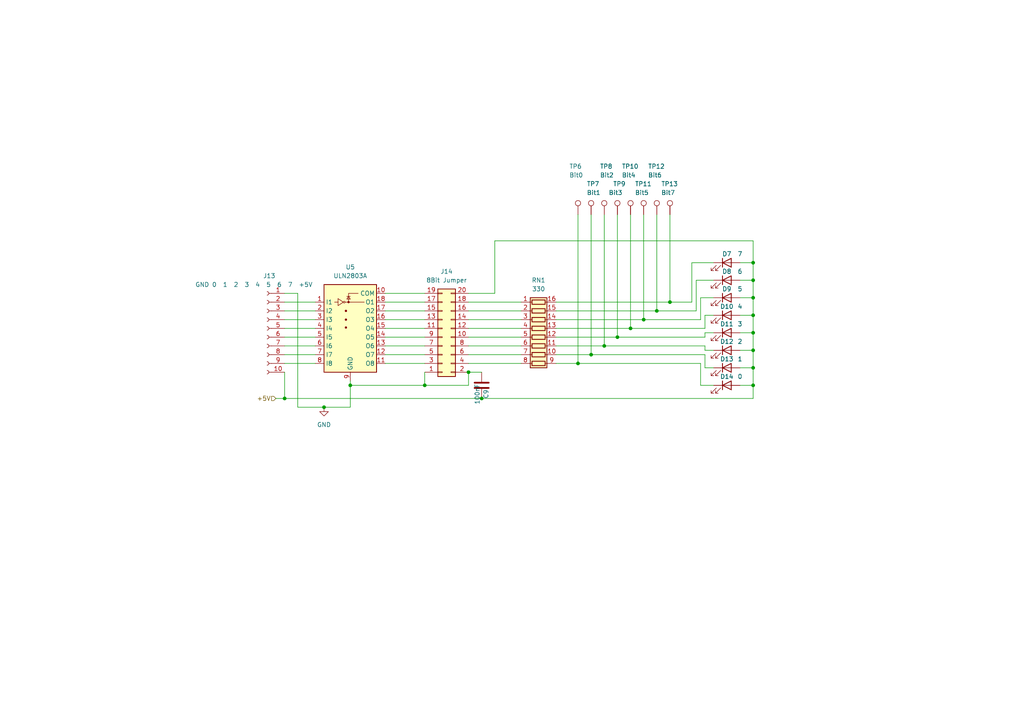
<source format=kicad_sch>
(kicad_sch (version 20211123) (generator eeschema)
  (paper "A4")
  (lib_symbols
    (symbol "Connector:Conn_01x10_Female" (pin_names (offset 1.016) hide)
      (property "Reference" "J" (at 0 12.7 0))
      (property "Value" "Conn_01x10_Female" (at 0 -15.24 0))
      (symbol "Conn_01x10_Female_1_1"
        (arc (start 0 -12.192) (mid -0.508 -12.7) (end 0 -13.208) (stroke (width 0.1524)))
        (arc (start 0 -9.652) (mid -0.508 -10.16) (end 0 -10.668) (stroke (width 0.1524)))
        (arc (start 0 -7.112) (mid -0.508 -7.62) (end 0 -8.128) (stroke (width 0.1524)))
        (arc (start 0 -4.572) (mid -0.508 -5.08) (end 0 -5.588) (stroke (width 0.1524)))
        (arc (start 0 -2.032) (mid -0.508 -2.54) (end 0 -3.048) (stroke (width 0.1524)))
        (polyline (pts (xy -1.27 -12.7) (xy -0.508 -12.7)) (stroke (width 0.1524)))
        (polyline (pts (xy -1.27 -10.16) (xy -0.508 -10.16)) (stroke (width 0.1524)))
        (polyline (pts (xy -1.27 -7.62) (xy -0.508 -7.62)) (stroke (width 0.1524)))
        (polyline (pts (xy -1.27 -5.08) (xy -0.508 -5.08)) (stroke (width 0.1524)))
        (polyline (pts (xy -1.27 -2.54) (xy -0.508 -2.54)) (stroke (width 0.1524)))
        (polyline (pts (xy -1.27 0) (xy -0.508 0)) (stroke (width 0.1524)))
        (polyline (pts (xy -1.27 2.54) (xy -0.508 2.54)) (stroke (width 0.1524)))
        (polyline (pts (xy -1.27 5.08) (xy -0.508 5.08)) (stroke (width 0.1524)))
        (polyline (pts (xy -1.27 7.62) (xy -0.508 7.62)) (stroke (width 0.1524)))
        (polyline (pts (xy -1.27 10.16) (xy -0.508 10.16)) (stroke (width 0.1524)))
        (arc (start 0 0.508) (mid -0.508 0) (end 0 -0.508) (stroke (width 0.1524)))
        (arc (start 0 3.048) (mid -0.508 2.54) (end 0 2.032) (stroke (width 0.1524)))
        (arc (start 0 5.588) (mid -0.508 5.08) (end 0 4.572) (stroke (width 0.1524)))
        (arc (start 0 8.128) (mid -0.508 7.62) (end 0 7.112) (stroke (width 0.1524)))
        (arc (start 0 10.668) (mid -0.508 10.16) (end 0 9.652) (stroke (width 0.1524)))
        (pin passive line (at -5.08 10.16 0) (length 3.81) (name "Pin_1") (number "1"))
        (pin passive line (at -5.08 -12.7 0) (length 3.81) (name "Pin_10") (number "10"))
        (pin passive line (at -5.08 7.62 0) (length 3.81) (name "Pin_2") (number "2"))
        (pin passive line (at -5.08 5.08 0) (length 3.81) (name "Pin_3") (number "3"))
        (pin passive line (at -5.08 2.54 0) (length 3.81) (name "Pin_4") (number "4"))
        (pin passive line (at -5.08 0 0) (length 3.81) (name "Pin_5") (number "5"))
        (pin passive line (at -5.08 -2.54 0) (length 3.81) (name "Pin_6") (number "6"))
        (pin passive line (at -5.08 -5.08 0) (length 3.81) (name "Pin_7") (number "7"))
        (pin passive line (at -5.08 -7.62 0) (length 3.81) (name "Pin_8") (number "8"))
        (pin passive line (at -5.08 -10.16 0) (length 3.81) (name "Pin_9") (number "9"))
      )
    )
    (symbol "Connector:TestPoint" (pin_numbers hide) (pin_names (offset 0.762) hide)
      (property "Reference" "TP" (at 0 6.858 0))
      (property "Value" "TestPoint" (at 0 5.08 0))
      (symbol "TestPoint_0_1"
        (circle (center 0 3.302) (radius 0.762))
      )
      (symbol "TestPoint_1_1"
        (pin passive line (at 0 0 90) (length 2.54) (name "1") (number "1"))
      )
    )
    (symbol "Connector_Generic:Conn_02x10_Odd_Even" (pin_names (offset 1.016) hide)
      (property "Reference" "J" (at 1.27 12.7 0))
      (property "Value" "Conn_02x10_Odd_Even" (at 1.27 -15.24 0))
      (symbol "Conn_02x10_Odd_Even_1_1"
        (rectangle (start -1.27 -12.573) (end 0 -12.827) (stroke (width 0.1524)))
        (rectangle (start -1.27 -10.033) (end 0 -10.287) (stroke (width 0.1524)))
        (rectangle (start -1.27 -7.493) (end 0 -7.747) (stroke (width 0.1524)))
        (rectangle (start -1.27 -4.953) (end 0 -5.207) (stroke (width 0.1524)))
        (rectangle (start -1.27 -2.413) (end 0 -2.667) (stroke (width 0.1524)))
        (rectangle (start -1.27 0.127) (end 0 -0.127) (stroke (width 0.1524)))
        (rectangle (start -1.27 2.667) (end 0 2.413) (stroke (width 0.1524)))
        (rectangle (start -1.27 5.207) (end 0 4.953) (stroke (width 0.1524)))
        (rectangle (start -1.27 7.747) (end 0 7.493) (stroke (width 0.1524)))
        (rectangle (start -1.27 10.287) (end 0 10.033) (stroke (width 0.1524)))
        (rectangle (start -1.27 11.43) (end 3.81 -13.97) (stroke (width 0.254)) (fill (type background)))
        (rectangle (start 3.81 -12.573) (end 2.54 -12.827) (stroke (width 0.1524)))
        (rectangle (start 3.81 -10.033) (end 2.54 -10.287) (stroke (width 0.1524)))
        (rectangle (start 3.81 -7.493) (end 2.54 -7.747) (stroke (width 0.1524)))
        (rectangle (start 3.81 -4.953) (end 2.54 -5.207) (stroke (width 0.1524)))
        (rectangle (start 3.81 -2.413) (end 2.54 -2.667) (stroke (width 0.1524)))
        (rectangle (start 3.81 0.127) (end 2.54 -0.127) (stroke (width 0.1524)))
        (rectangle (start 3.81 2.667) (end 2.54 2.413) (stroke (width 0.1524)))
        (rectangle (start 3.81 5.207) (end 2.54 4.953) (stroke (width 0.1524)))
        (rectangle (start 3.81 7.747) (end 2.54 7.493) (stroke (width 0.1524)))
        (rectangle (start 3.81 10.287) (end 2.54 10.033) (stroke (width 0.1524)))
        (pin passive line (at -5.08 10.16 0) (length 3.81) (name "Pin_1") (number "1"))
        (pin passive line (at 7.62 0 180) (length 3.81) (name "Pin_10") (number "10"))
        (pin passive line (at -5.08 -2.54 0) (length 3.81) (name "Pin_11") (number "11"))
        (pin passive line (at 7.62 -2.54 180) (length 3.81) (name "Pin_12") (number "12"))
        (pin passive line (at -5.08 -5.08 0) (length 3.81) (name "Pin_13") (number "13"))
        (pin passive line (at 7.62 -5.08 180) (length 3.81) (name "Pin_14") (number "14"))
        (pin passive line (at -5.08 -7.62 0) (length 3.81) (name "Pin_15") (number "15"))
        (pin passive line (at 7.62 -7.62 180) (length 3.81) (name "Pin_16") (number "16"))
        (pin passive line (at -5.08 -10.16 0) (length 3.81) (name "Pin_17") (number "17"))
        (pin passive line (at 7.62 -10.16 180) (length 3.81) (name "Pin_18") (number "18"))
        (pin passive line (at -5.08 -12.7 0) (length 3.81) (name "Pin_19") (number "19"))
        (pin passive line (at 7.62 10.16 180) (length 3.81) (name "Pin_2") (number "2"))
        (pin passive line (at 7.62 -12.7 180) (length 3.81) (name "Pin_20") (number "20"))
        (pin passive line (at -5.08 7.62 0) (length 3.81) (name "Pin_3") (number "3"))
        (pin passive line (at 7.62 7.62 180) (length 3.81) (name "Pin_4") (number "4"))
        (pin passive line (at -5.08 5.08 0) (length 3.81) (name "Pin_5") (number "5"))
        (pin passive line (at 7.62 5.08 180) (length 3.81) (name "Pin_6") (number "6"))
        (pin passive line (at -5.08 2.54 0) (length 3.81) (name "Pin_7") (number "7"))
        (pin passive line (at 7.62 2.54 180) (length 3.81) (name "Pin_8") (number "8"))
        (pin passive line (at -5.08 0 0) (length 3.81) (name "Pin_9") (number "9"))
      )
    )
    (symbol "Device:C" (pin_numbers hide) (pin_names (offset 0.254))
      (property "Reference" "C" (at 0.635 2.54 0))
      (property "Value" "C" (at 0.635 -2.54 0))
      (symbol "C_0_1"
        (polyline (pts (xy -2.032 -0.762) (xy 2.032 -0.762)) (stroke (width 0.508)))
        (polyline (pts (xy -2.032 0.762) (xy 2.032 0.762)) (stroke (width 0.508)))
      )
      (symbol "C_1_1"
        (pin passive line (at 0 3.81 270) (length 2.794) (name "~") (number "1"))
        (pin passive line (at 0 -3.81 90) (length 2.794) (name "~") (number "2"))
      )
    )
    (symbol "Device:LED" (pin_numbers hide) (pin_names (offset 1.016) hide)
      (property "Reference" "D" (at 0 2.54 0))
      (property "Value" "LED" (at 0 -2.54 0))
      (symbol "LED_0_1"
        (polyline (pts (xy -1.27 -1.27) (xy -1.27 1.27)) (stroke (width 0.254)))
        (polyline (pts (xy -1.27 0) (xy 1.27 0)))
        (polyline (pts (xy 1.27 -1.27) (xy 1.27 1.27) (xy -1.27 0) (xy 1.27 -1.27)) (stroke (width 0.254)))
        (polyline (pts (xy -3.048 -0.762) (xy -4.572 -2.286) (xy -3.81 -2.286) (xy -4.572 -2.286) (xy -4.572 -1.524)))
        (polyline (pts (xy -1.778 -0.762) (xy -3.302 -2.286) (xy -2.54 -2.286) (xy -3.302 -2.286) (xy -3.302 -1.524)))
      )
      (symbol "LED_1_1"
        (pin passive line (at -3.81 0 0) (length 2.54) (name "K") (number "1"))
        (pin passive line (at 3.81 0 180) (length 2.54) (name "A") (number "2"))
      )
    )
    (symbol "Device:R_Pack08" (pin_names (offset 0) hide)
      (property "Reference" "RN" (at -12.7 0 90))
      (property "Value" "R_Pack08" (at 10.16 0 90))
      (symbol "R_Pack08_0_1"
        (rectangle (start -11.43 -2.413) (end 8.89 2.413) (stroke (width 0.254)) (fill (type background)))
        (rectangle (start -10.795 1.905) (end -9.525 -1.905) (stroke (width 0.254)))
        (rectangle (start -8.255 1.905) (end -6.985 -1.905) (stroke (width 0.254)))
        (rectangle (start -5.715 1.905) (end -4.445 -1.905) (stroke (width 0.254)))
        (rectangle (start -3.175 1.905) (end -1.905 -1.905) (stroke (width 0.254)))
        (rectangle (start -0.635 1.905) (end 0.635 -1.905) (stroke (width 0.254)))
        (polyline (pts (xy -10.16 -2.54) (xy -10.16 -1.905)))
        (polyline (pts (xy -10.16 1.905) (xy -10.16 2.54)))
        (polyline (pts (xy -7.62 -2.54) (xy -7.62 -1.905)))
        (polyline (pts (xy -7.62 1.905) (xy -7.62 2.54)))
        (polyline (pts (xy -5.08 -2.54) (xy -5.08 -1.905)))
        (polyline (pts (xy -5.08 1.905) (xy -5.08 2.54)))
        (polyline (pts (xy -2.54 -2.54) (xy -2.54 -1.905)))
        (polyline (pts (xy -2.54 1.905) (xy -2.54 2.54)))
        (polyline (pts (xy 0 -2.54) (xy 0 -1.905)))
        (polyline (pts (xy 0 1.905) (xy 0 2.54)))
        (polyline (pts (xy 2.54 -2.54) (xy 2.54 -1.905)))
        (polyline (pts (xy 2.54 1.905) (xy 2.54 2.54)))
        (polyline (pts (xy 5.08 -2.54) (xy 5.08 -1.905)))
        (polyline (pts (xy 5.08 1.905) (xy 5.08 2.54)))
        (polyline (pts (xy 7.62 -2.54) (xy 7.62 -1.905)))
        (polyline (pts (xy 7.62 1.905) (xy 7.62 2.54)))
        (rectangle (start 1.905 1.905) (end 3.175 -1.905) (stroke (width 0.254)))
        (rectangle (start 4.445 1.905) (end 5.715 -1.905) (stroke (width 0.254)))
        (rectangle (start 6.985 1.905) (end 8.255 -1.905) (stroke (width 0.254)))
      )
      (symbol "R_Pack08_1_1"
        (pin passive line (at -10.16 -5.08 90) (length 2.54) (name "R1.1") (number "1"))
        (pin passive line (at 5.08 5.08 270) (length 2.54) (name "R7.2") (number "10"))
        (pin passive line (at 2.54 5.08 270) (length 2.54) (name "R6.2") (number "11"))
        (pin passive line (at 0 5.08 270) (length 2.54) (name "R5.2") (number "12"))
        (pin passive line (at -2.54 5.08 270) (length 2.54) (name "R4.2") (number "13"))
        (pin passive line (at -5.08 5.08 270) (length 2.54) (name "R3.2") (number "14"))
        (pin passive line (at -7.62 5.08 270) (length 2.54) (name "R2.2") (number "15"))
        (pin passive line (at -10.16 5.08 270) (length 2.54) (name "R1.2") (number "16"))
        (pin passive line (at -7.62 -5.08 90) (length 2.54) (name "R2.1") (number "2"))
        (pin passive line (at -5.08 -5.08 90) (length 2.54) (name "R3.1") (number "3"))
        (pin passive line (at -2.54 -5.08 90) (length 2.54) (name "R4.1") (number "4"))
        (pin passive line (at 0 -5.08 90) (length 2.54) (name "R5.1") (number "5"))
        (pin passive line (at 2.54 -5.08 90) (length 2.54) (name "R6.1") (number "6"))
        (pin passive line (at 5.08 -5.08 90) (length 2.54) (name "R7.1") (number "7"))
        (pin passive line (at 7.62 -5.08 90) (length 2.54) (name "R8.1") (number "8"))
        (pin passive line (at 7.62 5.08 270) (length 2.54) (name "R8.2") (number "9"))
      )
    )
    (symbol "Transistor_Array:ULN2803A"
      (property "Reference" "U" (at 0 13.335 0))
      (property "Value" "ULN2803A" (at 0 11.43 0))
      (symbol "ULN2803A_0_1"
        (rectangle (start -7.62 -15.24) (end 7.62 10.16) (stroke (width 0.254)) (fill (type background)))
        (circle (center -1.778 5.08) (radius 0.254))
        (circle (center -1.27 -2.286) (radius 0.254) (fill (type outline)))
        (circle (center -1.27 0) (radius 0.254) (fill (type outline)))
        (circle (center -1.27 2.54) (radius 0.254) (fill (type outline)))
        (circle (center -0.508 5.08) (radius 0.254) (fill (type outline)))
        (polyline (pts (xy -4.572 5.08) (xy -3.556 5.08)))
        (polyline (pts (xy -1.524 5.08) (xy 4.064 5.08)))
        (polyline (pts (xy 0 6.731) (xy -1.016 6.731)))
        (polyline (pts (xy -0.508 5.08) (xy -0.508 7.62) (xy 2.286 7.62)))
        (polyline (pts (xy -3.556 6.096) (xy -3.556 4.064) (xy -2.032 5.08) (xy -3.556 6.096)))
        (polyline (pts (xy 0 5.969) (xy -1.016 5.969) (xy -0.508 6.731) (xy 0 5.969)))
      )
      (symbol "ULN2803A_1_1"
        (pin input line (at -10.16 5.08 0) (length 2.54) (name "I1") (number "1"))
        (pin passive line (at 10.16 7.62 180) (length 2.54) (name "COM") (number "10"))
        (pin open_collector line (at 10.16 -12.7 180) (length 2.54) (name "O8") (number "11"))
        (pin open_collector line (at 10.16 -10.16 180) (length 2.54) (name "O7") (number "12"))
        (pin open_collector line (at 10.16 -7.62 180) (length 2.54) (name "O6") (number "13"))
        (pin open_collector line (at 10.16 -5.08 180) (length 2.54) (name "O5") (number "14"))
        (pin open_collector line (at 10.16 -2.54 180) (length 2.54) (name "O4") (number "15"))
        (pin open_collector line (at 10.16 0 180) (length 2.54) (name "O3") (number "16"))
        (pin open_collector line (at 10.16 2.54 180) (length 2.54) (name "O2") (number "17"))
        (pin open_collector line (at 10.16 5.08 180) (length 2.54) (name "O1") (number "18"))
        (pin input line (at -10.16 2.54 0) (length 2.54) (name "I2") (number "2"))
        (pin input line (at -10.16 0 0) (length 2.54) (name "I3") (number "3"))
        (pin input line (at -10.16 -2.54 0) (length 2.54) (name "I4") (number "4"))
        (pin input line (at -10.16 -5.08 0) (length 2.54) (name "I5") (number "5"))
        (pin input line (at -10.16 -7.62 0) (length 2.54) (name "I6") (number "6"))
        (pin input line (at -10.16 -10.16 0) (length 2.54) (name "I7") (number "7"))
        (pin input line (at -10.16 -12.7 0) (length 2.54) (name "I8") (number "8"))
        (pin power_in line (at 0 -17.78 90) (length 2.54) (name "GND") (number "9"))
      )
    )
    (symbol "power:GND" (power) (pin_names (offset 0))
      (property "Value" "GND" (at 0 -3.81 0))
      (symbol "GND_0_1"
        (polyline (pts (xy 0 0) (xy 0 -1.27) (xy 1.27 -1.27) (xy 0 -2.54) (xy -1.27 -1.27) (xy 0 -1.27)))
      )
      (symbol "GND_1_1"
        (pin power_in line (at 0 0 270) (length 0) hide (name "GND") (number "1"))
      )
    )
  )
  (junction (at 93.98 118.11))
  (junction (at 182.88 95.25))
  (junction (at 190.5 90.17))
  (junction (at 139.7 115.57))
  (junction (at 218.44 91.44))
  (junction (at 179.07 97.79))
  (junction (at 171.45 102.87))
  (junction (at 218.44 101.6))
  (junction (at 167.64 105.41))
  (junction (at 218.44 106.68))
  (junction (at 135.89 107.95))
  (junction (at 218.44 76.2))
  (junction (at 101.6 111.76))
  (junction (at 123.19 111.76))
  (junction (at 186.69 92.71))
  (junction (at 82.55 115.57))
  (junction (at 218.44 96.52))
  (junction (at 218.44 81.28))
  (junction (at 194.31 87.63))
  (junction (at 218.44 111.76))
  (junction (at 175.26 100.33))
  (junction (at 218.44 86.36))
  (wire (pts (xy 80.01 115.57) (xy 82.55 115.57)))
  (wire (pts (xy 201.93 90.17) (xy 201.93 81.28)))
  (wire (pts (xy 135.89 105.41) (xy 151.13 105.41)))
  (wire (pts (xy 135.89 97.79) (xy 151.13 97.79)))
  (wire (pts (xy 123.19 111.76) (xy 135.89 111.76)))
  (wire (pts (xy 82.55 90.17) (xy 91.44 90.17)))
  (wire (pts (xy 135.89 95.25) (xy 151.13 95.25)))
  (wire (pts (xy 218.44 115.57) (xy 218.44 111.76)))
  (wire (pts (xy 179.07 62.23) (xy 179.07 97.79)))
  (wire (pts (xy 214.63 96.52) (xy 218.44 96.52)))
  (wire (pts (xy 204.47 91.44) (xy 207.01 91.44)))
  (wire (pts (xy 167.64 105.41) (xy 203.2 105.41)))
  (wire (pts (xy 214.63 111.76) (xy 218.44 111.76)))
  (wire (pts (xy 111.76 85.09) (xy 123.19 85.09)))
  (wire (pts (xy 82.55 85.09) (xy 86.36 85.09)))
  (wire (pts (xy 82.55 87.63) (xy 91.44 87.63)))
  (wire (pts (xy 200.66 76.2) (xy 207.01 76.2)))
  (wire (pts (xy 101.6 118.11) (xy 93.98 118.11)))
  (wire (pts (xy 135.89 90.17) (xy 151.13 90.17)))
  (wire (pts (xy 82.55 115.57) (xy 139.7 115.57)))
  (wire (pts (xy 101.6 110.49) (xy 101.6 111.76)))
  (wire (pts (xy 93.98 118.11) (xy 86.36 118.11)))
  (wire (pts (xy 207.01 96.52) (xy 204.47 96.52)))
  (wire (pts (xy 135.89 87.63) (xy 151.13 87.63)))
  (wire (pts (xy 171.45 102.87) (xy 204.47 102.87)))
  (wire (pts (xy 82.55 105.41) (xy 91.44 105.41)))
  (wire (pts (xy 218.44 86.36) (xy 218.44 91.44)))
  (wire (pts (xy 82.55 92.71) (xy 91.44 92.71)))
  (wire (pts (xy 214.63 76.2) (xy 218.44 76.2)))
  (wire (pts (xy 135.89 102.87) (xy 151.13 102.87)))
  (wire (pts (xy 111.76 100.33) (xy 123.19 100.33)))
  (wire (pts (xy 214.63 106.68) (xy 218.44 106.68)))
  (wire (pts (xy 214.63 101.6) (xy 218.44 101.6)))
  (wire (pts (xy 203.2 111.76) (xy 203.2 105.41)))
  (wire (pts (xy 171.45 62.23) (xy 171.45 102.87)))
  (wire (pts (xy 111.76 95.25) (xy 123.19 95.25)))
  (wire (pts (xy 135.89 92.71) (xy 151.13 92.71)))
  (wire (pts (xy 203.2 92.71) (xy 203.2 86.36)))
  (wire (pts (xy 218.44 81.28) (xy 218.44 86.36)))
  (wire (pts (xy 190.5 90.17) (xy 201.93 90.17)))
  (wire (pts (xy 101.6 111.76) (xy 123.19 111.76)))
  (wire (pts (xy 207.01 111.76) (xy 203.2 111.76)))
  (wire (pts (xy 161.29 105.41) (xy 167.64 105.41)))
  (wire (pts (xy 123.19 107.95) (xy 123.19 111.76)))
  (wire (pts (xy 82.55 107.95) (xy 82.55 115.57)))
  (wire (pts (xy 143.51 69.85) (xy 218.44 69.85)))
  (wire (pts (xy 111.76 87.63) (xy 123.19 87.63)))
  (wire (pts (xy 218.44 91.44) (xy 218.44 96.52)))
  (wire (pts (xy 161.29 102.87) (xy 171.45 102.87)))
  (wire (pts (xy 161.29 90.17) (xy 190.5 90.17)))
  (wire (pts (xy 203.2 86.36) (xy 207.01 86.36)))
  (wire (pts (xy 175.26 62.23) (xy 175.26 100.33)))
  (wire (pts (xy 182.88 62.23) (xy 182.88 95.25)))
  (wire (pts (xy 82.55 100.33) (xy 91.44 100.33)))
  (wire (pts (xy 204.47 106.68) (xy 207.01 106.68)))
  (wire (pts (xy 82.55 97.79) (xy 91.44 97.79)))
  (wire (pts (xy 175.26 100.33) (xy 204.47 100.33)))
  (wire (pts (xy 143.51 69.85) (xy 143.51 85.09)))
  (wire (pts (xy 161.29 87.63) (xy 194.31 87.63)))
  (wire (pts (xy 214.63 91.44) (xy 218.44 91.44)))
  (wire (pts (xy 111.76 102.87) (xy 123.19 102.87)))
  (wire (pts (xy 82.55 102.87) (xy 91.44 102.87)))
  (wire (pts (xy 214.63 86.36) (xy 218.44 86.36)))
  (wire (pts (xy 204.47 101.6) (xy 207.01 101.6)))
  (wire (pts (xy 204.47 102.87) (xy 204.47 106.68)))
  (wire (pts (xy 186.69 62.23) (xy 186.69 92.71)))
  (wire (pts (xy 135.89 107.95) (xy 139.7 107.95)))
  (wire (pts (xy 186.69 92.71) (xy 203.2 92.71)))
  (wire (pts (xy 214.63 81.28) (xy 218.44 81.28)))
  (wire (pts (xy 101.6 111.76) (xy 101.6 118.11)))
  (wire (pts (xy 200.66 87.63) (xy 200.66 76.2)))
  (wire (pts (xy 139.7 115.57) (xy 218.44 115.57)))
  (wire (pts (xy 82.55 95.25) (xy 91.44 95.25)))
  (wire (pts (xy 194.31 62.23) (xy 194.31 87.63)))
  (wire (pts (xy 161.29 92.71) (xy 186.69 92.71)))
  (wire (pts (xy 161.29 97.79) (xy 179.07 97.79)))
  (wire (pts (xy 204.47 96.52) (xy 204.47 97.79)))
  (wire (pts (xy 111.76 90.17) (xy 123.19 90.17)))
  (wire (pts (xy 135.89 107.95) (xy 135.89 111.76)))
  (wire (pts (xy 111.76 105.41) (xy 123.19 105.41)))
  (wire (pts (xy 161.29 100.33) (xy 175.26 100.33)))
  (wire (pts (xy 135.89 85.09) (xy 143.51 85.09)))
  (wire (pts (xy 204.47 100.33) (xy 204.47 101.6)))
  (wire (pts (xy 204.47 95.25) (xy 204.47 91.44)))
  (wire (pts (xy 218.44 69.85) (xy 218.44 76.2)))
  (wire (pts (xy 161.29 95.25) (xy 182.88 95.25)))
  (wire (pts (xy 201.93 81.28) (xy 207.01 81.28)))
  (wire (pts (xy 111.76 92.71) (xy 123.19 92.71)))
  (wire (pts (xy 167.64 62.23) (xy 167.64 105.41)))
  (wire (pts (xy 190.5 62.23) (xy 190.5 90.17)))
  (wire (pts (xy 179.07 97.79) (xy 204.47 97.79)))
  (wire (pts (xy 111.76 97.79) (xy 123.19 97.79)))
  (wire (pts (xy 86.36 85.09) (xy 86.36 118.11)))
  (wire (pts (xy 194.31 87.63) (xy 200.66 87.63)))
  (wire (pts (xy 182.88 95.25) (xy 204.47 95.25)))
  (wire (pts (xy 218.44 76.2) (xy 218.44 81.28)))
  (wire (pts (xy 218.44 106.68) (xy 218.44 111.76)))
  (wire (pts (xy 218.44 96.52) (xy 218.44 101.6)))
  (wire (pts (xy 218.44 101.6) (xy 218.44 106.68)))
  (wire (pts (xy 135.89 100.33) (xy 151.13 100.33)))
  (hierarchical_label "+5V" (shape input) (at 80.01 115.57 180))
  (symbol (lib_id "Connector:TestPoint") (at 190.5 62.23 0) (unit 1)
    (property "Reference" "TP12" (at 187.96 48.26 0) (effects (justify left)))
    (property "Value" "Bit6" (at 187.96 50.8 0) (effects (justify left)))
    (property "Footprint" "TestPoint:TestPoint_Loop_D3.80mm_Drill2.8mm" (effects hide))
  )
  (symbol (lib_id "Device:LED") (at 210.82 76.2 0) (unit 1)
    (property "Reference" "D7" (at 210.82 73.66 0))
    (property "Value" "7" (at 214.63 73.66 0))
    (property "Footprint" "LED_THT:LED_D5.0mm" (effects hide))
  )
  (symbol (lib_id "Device:LED") (at 210.82 106.68 0) (unit 1)
    (property "Reference" "D13" (at 210.82 104.14 0))
    (property "Value" "1" (at 214.63 104.14 0))
    (property "Footprint" "LED_THT:LED_D5.0mm" (effects hide))
  )
  (symbol (lib_id "Connector:TestPoint") (at 186.69 62.23 0) (unit 1)
    (property "Reference" "TP11" (at 184.15 53.34 0) (effects (justify left)))
    (property "Value" "Bit5" (at 184.15 55.88 0) (effects (justify left)))
    (property "Footprint" "TestPoint:TestPoint_Loop_D3.80mm_Drill2.8mm" (effects hide))
  )
  (symbol (lib_id "Device:LED") (at 210.82 96.52 0) (unit 1)
    (property "Reference" "D11" (at 210.82 93.98 0))
    (property "Value" "3" (at 214.63 93.98 0))
    (property "Footprint" "LED_THT:LED_D5.0mm" (effects hide))
  )
  (symbol (lib_id "Connector:TestPoint") (at 167.64 62.23 0) (unit 1)
    (property "Reference" "TP6" (at 165.1 48.26 0) (effects (justify left)))
    (property "Value" "Bit0" (at 165.1 50.8 0) (effects (justify left)))
    (property "Footprint" "TestPoint:TestPoint_Loop_D3.80mm_Drill2.8mm" (effects hide))
  )
  (symbol (lib_id "Device:R_Pack08") (at 156.21 97.79 270) (unit 1)
    (property "Reference" "RN1" (at 156.21 81.28 90))
    (property "Value" "330" (at 156.21 83.82 90))
    (property "Footprint" "Package_DIP:DIP-16_W7.62mm_Socket_LongPads" (effects hide))
  )
  (symbol (lib_id "Device:LED") (at 210.82 91.44 0) (unit 1)
    (property "Reference" "D10" (at 210.82 88.9 0))
    (property "Value" "4" (at 214.63 88.9 0))
    (property "Footprint" "LED_THT:LED_D5.0mm" (effects hide))
  )
  (symbol (lib_id "Connector:TestPoint") (at 179.07 62.23 0) (unit 1)
    (property "Reference" "TP9" (at 177.8 53.34 0) (effects (justify left)))
    (property "Value" "Bit3" (at 176.53 55.88 0) (effects (justify left)))
    (property "Footprint" "TestPoint:TestPoint_Loop_D3.80mm_Drill2.8mm" (effects hide))
  )
  (symbol (lib_id "Device:C") (at 139.7 111.76 0) (unit 1)
    (property "Reference" "C9" (at 140.97 114.3 90))
    (property "Value" "100nF" (at 138.43 114.3 90))
    (property "Footprint" "Capacitor_THT:C_Axial_L3.8mm_D2.6mm_P7.50mm_Horizontal" (effects hide))
  )
  (symbol (lib_id "Connector:TestPoint") (at 182.88 62.23 0) (unit 1)
    (property "Reference" "TP10" (at 180.34 48.26 0) (effects (justify left)))
    (property "Value" "Bit4" (at 180.34 50.8 0) (effects (justify left)))
    (property "Footprint" "TestPoint:TestPoint_Loop_D3.80mm_Drill2.8mm" (effects hide))
  )
  (symbol (lib_id "Connector_Generic:Conn_02x10_Odd_Even") (at 128.27 97.79 0) (mirror x) (unit 1)
    (property "Reference" "J14" (at 129.54 78.74 0))
    (property "Value" "8Bit Jumper" (at 129.54 81.28 0))
    (property "Footprint" "Connector_PinSocket_2.54mm:PinSocket_2x10_P2.54mm_Vertical" (effects hide))
  )
  (symbol (lib_id "Device:LED") (at 210.82 81.28 0) (unit 1)
    (property "Reference" "D8" (at 210.82 78.74 0))
    (property "Value" "6" (at 214.63 78.74 0))
    (property "Footprint" "LED_THT:LED_D5.0mm" (effects hide))
  )
  (symbol (lib_id "Connector:TestPoint") (at 194.31 62.23 0) (unit 1)
    (property "Reference" "TP13" (at 191.77 53.34 0) (effects (justify left)))
    (property "Value" "Bit7" (at 191.77 55.88 0) (effects (justify left)))
    (property "Footprint" "TestPoint:TestPoint_Loop_D3.80mm_Drill2.8mm" (effects hide))
  )
  (symbol (lib_id "Transistor_Array:ULN2803A") (at 101.6 92.71 0) (unit 1)
    (property "Reference" "U5" (at 101.6 77.47 0))
    (property "Value" "ULN2803A" (at 101.6 80.01 0))
    (property "Footprint" "Package_DIP:DIP-18_W7.62mm_Socket_LongPads" (effects hide))
    (property "Datasheet" "http://www.ti.com/lit/ds/symlink/uln2803a.pdf" (effects hide))
  )
  (symbol (lib_id "Connector:TestPoint") (at 175.26 62.23 0) (unit 1)
    (property "Reference" "TP8" (at 173.99 48.26 0) (effects (justify left)))
    (property "Value" "Bit2" (at 173.99 50.8 0) (effects (justify left)))
    (property "Footprint" "TestPoint:TestPoint_Loop_D3.80mm_Drill2.8mm" (effects hide))
  )
  (symbol (lib_id "power:GND") (at 93.98 118.11 0) (unit 1)
    (property "Reference" "#PWR0108" (effects hide))
    (property "Value" "GND" (at 93.98 123.19 0))
  )
  (symbol (lib_id "Connector:TestPoint") (at 171.45 62.23 0) (unit 1)
    (property "Reference" "TP7" (at 170.18 53.34 0) (effects (justify left)))
    (property "Value" "Bit1" (at 170.18 55.88 0) (effects (justify left)))
    (property "Footprint" "TestPoint:TestPoint_Loop_D3.80mm_Drill2.8mm" (effects hide))
  )
  (symbol (lib_id "Device:LED") (at 210.82 101.6 0) (unit 1)
    (property "Reference" "D12" (at 210.82 99.06 0))
    (property "Value" "2" (at 214.63 99.06 0))
    (property "Footprint" "LED_THT:LED_D5.0mm" (effects hide))
  )
  (symbol (lib_id "Device:LED") (at 210.82 86.36 0) (unit 1)
    (property "Reference" "D9" (at 210.82 83.82 0))
    (property "Value" "5" (at 214.63 83.82 0))
    (property "Footprint" "LED_THT:LED_D5.0mm" (effects hide))
  )
  (symbol (lib_id "Connector:Conn_01x10_Female") (at 77.47 95.25 0) (mirror y) (unit 1)
    (property "Reference" "J13" (at 78.105 80.01 0))
    (property "Value" "GND 0  1  2  3  4  5  6  7  +5V" (at 73.66 82.55 0))
    (property "Footprint" "Connector_PinSocket_2.54mm:PinSocket_1x10_P2.54mm_Vertical" (effects hide))
  )
  (symbol (lib_id "Device:LED") (at 210.82 111.76 0) (unit 1)
    (property "Reference" "D14" (at 210.82 109.22 0))
    (property "Value" "0" (at 214.63 109.22 0))
    (property "Footprint" "LED_THT:LED_D5.0mm" (effects hide))
  )
)
</source>
